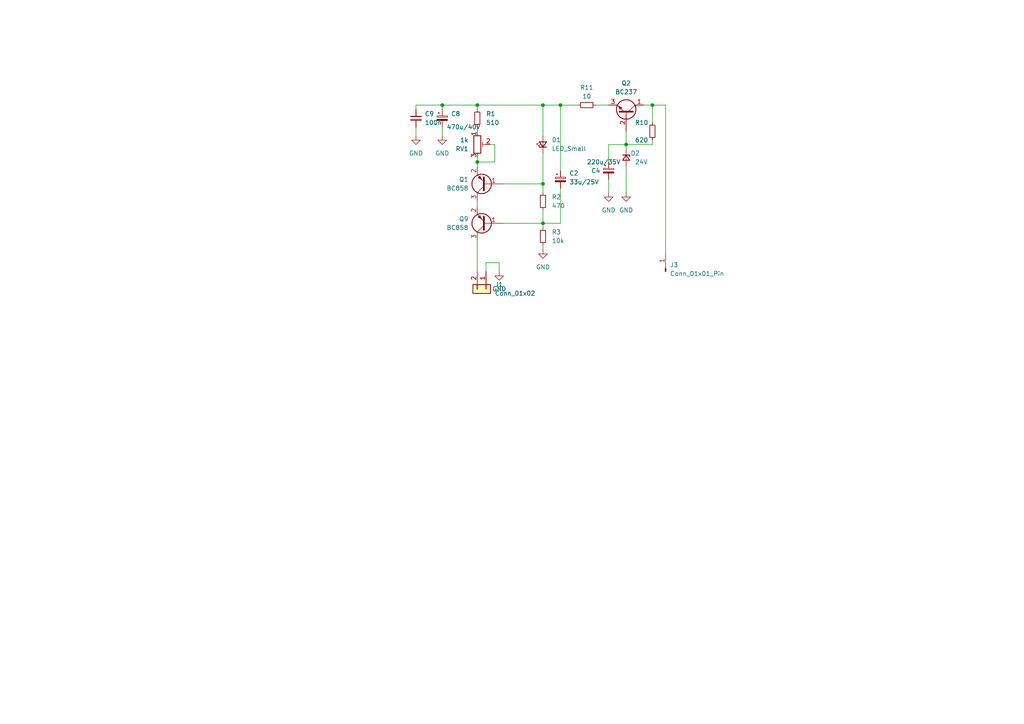
<source format=kicad_sch>
(kicad_sch (version 20230121) (generator eeschema)

  (uuid 6f31cc36-deaf-4ad7-836a-0db420f7cbcc)

  (paper "A4")

  (lib_symbols
    (symbol "Connector:Conn_01x01_Pin" (pin_names (offset 1.016) hide) (in_bom yes) (on_board yes)
      (property "Reference" "J" (at 0 2.54 0)
        (effects (font (size 1.27 1.27)))
      )
      (property "Value" "Conn_01x01_Pin" (at 0 -2.54 0)
        (effects (font (size 1.27 1.27)))
      )
      (property "Footprint" "" (at 0 0 0)
        (effects (font (size 1.27 1.27)) hide)
      )
      (property "Datasheet" "~" (at 0 0 0)
        (effects (font (size 1.27 1.27)) hide)
      )
      (property "ki_locked" "" (at 0 0 0)
        (effects (font (size 1.27 1.27)))
      )
      (property "ki_keywords" "connector" (at 0 0 0)
        (effects (font (size 1.27 1.27)) hide)
      )
      (property "ki_description" "Generic connector, single row, 01x01, script generated" (at 0 0 0)
        (effects (font (size 1.27 1.27)) hide)
      )
      (property "ki_fp_filters" "Connector*:*_1x??_*" (at 0 0 0)
        (effects (font (size 1.27 1.27)) hide)
      )
      (symbol "Conn_01x01_Pin_1_1"
        (polyline
          (pts
            (xy 1.27 0)
            (xy 0.8636 0)
          )
          (stroke (width 0.1524) (type default))
          (fill (type none))
        )
        (rectangle (start 0.8636 0.127) (end 0 -0.127)
          (stroke (width 0.1524) (type default))
          (fill (type outline))
        )
        (pin passive line (at 5.08 0 180) (length 3.81)
          (name "Pin_1" (effects (font (size 1.27 1.27))))
          (number "1" (effects (font (size 1.27 1.27))))
        )
      )
    )
    (symbol "Connector_Generic:Conn_01x02" (pin_names (offset 1.016) hide) (in_bom yes) (on_board yes)
      (property "Reference" "J" (at 0 2.54 0)
        (effects (font (size 1.27 1.27)))
      )
      (property "Value" "Conn_01x02" (at 0 -5.08 0)
        (effects (font (size 1.27 1.27)))
      )
      (property "Footprint" "" (at 0 0 0)
        (effects (font (size 1.27 1.27)) hide)
      )
      (property "Datasheet" "~" (at 0 0 0)
        (effects (font (size 1.27 1.27)) hide)
      )
      (property "ki_keywords" "connector" (at 0 0 0)
        (effects (font (size 1.27 1.27)) hide)
      )
      (property "ki_description" "Generic connector, single row, 01x02, script generated (kicad-library-utils/schlib/autogen/connector/)" (at 0 0 0)
        (effects (font (size 1.27 1.27)) hide)
      )
      (property "ki_fp_filters" "Connector*:*_1x??_*" (at 0 0 0)
        (effects (font (size 1.27 1.27)) hide)
      )
      (symbol "Conn_01x02_1_1"
        (rectangle (start -1.27 -2.413) (end 0 -2.667)
          (stroke (width 0.1524) (type default))
          (fill (type none))
        )
        (rectangle (start -1.27 0.127) (end 0 -0.127)
          (stroke (width 0.1524) (type default))
          (fill (type none))
        )
        (rectangle (start -1.27 1.27) (end 1.27 -3.81)
          (stroke (width 0.254) (type default))
          (fill (type background))
        )
        (pin passive line (at -5.08 0 0) (length 3.81)
          (name "Pin_1" (effects (font (size 1.27 1.27))))
          (number "1" (effects (font (size 1.27 1.27))))
        )
        (pin passive line (at -5.08 -2.54 0) (length 3.81)
          (name "Pin_2" (effects (font (size 1.27 1.27))))
          (number "2" (effects (font (size 1.27 1.27))))
        )
      )
    )
    (symbol "Device:C_Polarized_Small" (pin_numbers hide) (pin_names (offset 0.254) hide) (in_bom yes) (on_board yes)
      (property "Reference" "C" (at 0.254 1.778 0)
        (effects (font (size 1.27 1.27)) (justify left))
      )
      (property "Value" "C_Polarized_Small" (at 0.254 -2.032 0)
        (effects (font (size 1.27 1.27)) (justify left))
      )
      (property "Footprint" "" (at 0 0 0)
        (effects (font (size 1.27 1.27)) hide)
      )
      (property "Datasheet" "~" (at 0 0 0)
        (effects (font (size 1.27 1.27)) hide)
      )
      (property "ki_keywords" "cap capacitor" (at 0 0 0)
        (effects (font (size 1.27 1.27)) hide)
      )
      (property "ki_description" "Polarized capacitor, small symbol" (at 0 0 0)
        (effects (font (size 1.27 1.27)) hide)
      )
      (property "ki_fp_filters" "CP_*" (at 0 0 0)
        (effects (font (size 1.27 1.27)) hide)
      )
      (symbol "C_Polarized_Small_0_1"
        (rectangle (start -1.524 -0.3048) (end 1.524 -0.6858)
          (stroke (width 0) (type default))
          (fill (type outline))
        )
        (rectangle (start -1.524 0.6858) (end 1.524 0.3048)
          (stroke (width 0) (type default))
          (fill (type none))
        )
        (polyline
          (pts
            (xy -1.27 1.524)
            (xy -0.762 1.524)
          )
          (stroke (width 0) (type default))
          (fill (type none))
        )
        (polyline
          (pts
            (xy -1.016 1.27)
            (xy -1.016 1.778)
          )
          (stroke (width 0) (type default))
          (fill (type none))
        )
      )
      (symbol "C_Polarized_Small_1_1"
        (pin passive line (at 0 2.54 270) (length 1.8542)
          (name "~" (effects (font (size 1.27 1.27))))
          (number "1" (effects (font (size 1.27 1.27))))
        )
        (pin passive line (at 0 -2.54 90) (length 1.8542)
          (name "~" (effects (font (size 1.27 1.27))))
          (number "2" (effects (font (size 1.27 1.27))))
        )
      )
    )
    (symbol "Device:C_Small" (pin_numbers hide) (pin_names (offset 0.254) hide) (in_bom yes) (on_board yes)
      (property "Reference" "C" (at 0.254 1.778 0)
        (effects (font (size 1.27 1.27)) (justify left))
      )
      (property "Value" "C_Small" (at 0.254 -2.032 0)
        (effects (font (size 1.27 1.27)) (justify left))
      )
      (property "Footprint" "" (at 0 0 0)
        (effects (font (size 1.27 1.27)) hide)
      )
      (property "Datasheet" "~" (at 0 0 0)
        (effects (font (size 1.27 1.27)) hide)
      )
      (property "ki_keywords" "capacitor cap" (at 0 0 0)
        (effects (font (size 1.27 1.27)) hide)
      )
      (property "ki_description" "Unpolarized capacitor, small symbol" (at 0 0 0)
        (effects (font (size 1.27 1.27)) hide)
      )
      (property "ki_fp_filters" "C_*" (at 0 0 0)
        (effects (font (size 1.27 1.27)) hide)
      )
      (symbol "C_Small_0_1"
        (polyline
          (pts
            (xy -1.524 -0.508)
            (xy 1.524 -0.508)
          )
          (stroke (width 0.3302) (type default))
          (fill (type none))
        )
        (polyline
          (pts
            (xy -1.524 0.508)
            (xy 1.524 0.508)
          )
          (stroke (width 0.3048) (type default))
          (fill (type none))
        )
      )
      (symbol "C_Small_1_1"
        (pin passive line (at 0 2.54 270) (length 2.032)
          (name "~" (effects (font (size 1.27 1.27))))
          (number "1" (effects (font (size 1.27 1.27))))
        )
        (pin passive line (at 0 -2.54 90) (length 2.032)
          (name "~" (effects (font (size 1.27 1.27))))
          (number "2" (effects (font (size 1.27 1.27))))
        )
      )
    )
    (symbol "Device:D_Zener_Small" (pin_numbers hide) (pin_names (offset 0.254) hide) (in_bom yes) (on_board yes)
      (property "Reference" "D" (at 0 2.286 0)
        (effects (font (size 1.27 1.27)))
      )
      (property "Value" "D_Zener_Small" (at 0 -2.286 0)
        (effects (font (size 1.27 1.27)))
      )
      (property "Footprint" "" (at 0 0 90)
        (effects (font (size 1.27 1.27)) hide)
      )
      (property "Datasheet" "~" (at 0 0 90)
        (effects (font (size 1.27 1.27)) hide)
      )
      (property "ki_keywords" "diode" (at 0 0 0)
        (effects (font (size 1.27 1.27)) hide)
      )
      (property "ki_description" "Zener diode, small symbol" (at 0 0 0)
        (effects (font (size 1.27 1.27)) hide)
      )
      (property "ki_fp_filters" "TO-???* *_Diode_* *SingleDiode* D_*" (at 0 0 0)
        (effects (font (size 1.27 1.27)) hide)
      )
      (symbol "D_Zener_Small_0_1"
        (polyline
          (pts
            (xy 0.762 0)
            (xy -0.762 0)
          )
          (stroke (width 0) (type default))
          (fill (type none))
        )
        (polyline
          (pts
            (xy -0.254 1.016)
            (xy -0.762 1.016)
            (xy -0.762 -1.016)
          )
          (stroke (width 0.254) (type default))
          (fill (type none))
        )
        (polyline
          (pts
            (xy 0.762 1.016)
            (xy -0.762 0)
            (xy 0.762 -1.016)
            (xy 0.762 1.016)
          )
          (stroke (width 0.254) (type default))
          (fill (type none))
        )
      )
      (symbol "D_Zener_Small_1_1"
        (pin passive line (at -2.54 0 0) (length 1.778)
          (name "K" (effects (font (size 1.27 1.27))))
          (number "1" (effects (font (size 1.27 1.27))))
        )
        (pin passive line (at 2.54 0 180) (length 1.778)
          (name "A" (effects (font (size 1.27 1.27))))
          (number "2" (effects (font (size 1.27 1.27))))
        )
      )
    )
    (symbol "Device:LED_Small" (pin_numbers hide) (pin_names (offset 0.254) hide) (in_bom yes) (on_board yes)
      (property "Reference" "D" (at -1.27 3.175 0)
        (effects (font (size 1.27 1.27)) (justify left))
      )
      (property "Value" "LED_Small" (at -4.445 -2.54 0)
        (effects (font (size 1.27 1.27)) (justify left))
      )
      (property "Footprint" "" (at 0 0 90)
        (effects (font (size 1.27 1.27)) hide)
      )
      (property "Datasheet" "~" (at 0 0 90)
        (effects (font (size 1.27 1.27)) hide)
      )
      (property "ki_keywords" "LED diode light-emitting-diode" (at 0 0 0)
        (effects (font (size 1.27 1.27)) hide)
      )
      (property "ki_description" "Light emitting diode, small symbol" (at 0 0 0)
        (effects (font (size 1.27 1.27)) hide)
      )
      (property "ki_fp_filters" "LED* LED_SMD:* LED_THT:*" (at 0 0 0)
        (effects (font (size 1.27 1.27)) hide)
      )
      (symbol "LED_Small_0_1"
        (polyline
          (pts
            (xy -0.762 -1.016)
            (xy -0.762 1.016)
          )
          (stroke (width 0.254) (type default))
          (fill (type none))
        )
        (polyline
          (pts
            (xy 1.016 0)
            (xy -0.762 0)
          )
          (stroke (width 0) (type default))
          (fill (type none))
        )
        (polyline
          (pts
            (xy 0.762 -1.016)
            (xy -0.762 0)
            (xy 0.762 1.016)
            (xy 0.762 -1.016)
          )
          (stroke (width 0.254) (type default))
          (fill (type none))
        )
        (polyline
          (pts
            (xy 0 0.762)
            (xy -0.508 1.27)
            (xy -0.254 1.27)
            (xy -0.508 1.27)
            (xy -0.508 1.016)
          )
          (stroke (width 0) (type default))
          (fill (type none))
        )
        (polyline
          (pts
            (xy 0.508 1.27)
            (xy 0 1.778)
            (xy 0.254 1.778)
            (xy 0 1.778)
            (xy 0 1.524)
          )
          (stroke (width 0) (type default))
          (fill (type none))
        )
      )
      (symbol "LED_Small_1_1"
        (pin passive line (at -2.54 0 0) (length 1.778)
          (name "K" (effects (font (size 1.27 1.27))))
          (number "1" (effects (font (size 1.27 1.27))))
        )
        (pin passive line (at 2.54 0 180) (length 1.778)
          (name "A" (effects (font (size 1.27 1.27))))
          (number "2" (effects (font (size 1.27 1.27))))
        )
      )
    )
    (symbol "Device:R_Potentiometer_Trim" (pin_names (offset 1.016) hide) (in_bom yes) (on_board yes)
      (property "Reference" "RV" (at -4.445 0 90)
        (effects (font (size 1.27 1.27)))
      )
      (property "Value" "R_Potentiometer_Trim" (at -2.54 0 90)
        (effects (font (size 1.27 1.27)))
      )
      (property "Footprint" "" (at 0 0 0)
        (effects (font (size 1.27 1.27)) hide)
      )
      (property "Datasheet" "~" (at 0 0 0)
        (effects (font (size 1.27 1.27)) hide)
      )
      (property "ki_keywords" "resistor variable trimpot trimmer" (at 0 0 0)
        (effects (font (size 1.27 1.27)) hide)
      )
      (property "ki_description" "Trim-potentiometer" (at 0 0 0)
        (effects (font (size 1.27 1.27)) hide)
      )
      (property "ki_fp_filters" "Potentiometer*" (at 0 0 0)
        (effects (font (size 1.27 1.27)) hide)
      )
      (symbol "R_Potentiometer_Trim_0_1"
        (polyline
          (pts
            (xy 1.524 0.762)
            (xy 1.524 -0.762)
          )
          (stroke (width 0) (type default))
          (fill (type none))
        )
        (polyline
          (pts
            (xy 2.54 0)
            (xy 1.524 0)
          )
          (stroke (width 0) (type default))
          (fill (type none))
        )
        (rectangle (start 1.016 2.54) (end -1.016 -2.54)
          (stroke (width 0.254) (type default))
          (fill (type none))
        )
      )
      (symbol "R_Potentiometer_Trim_1_1"
        (pin passive line (at 0 3.81 270) (length 1.27)
          (name "1" (effects (font (size 1.27 1.27))))
          (number "1" (effects (font (size 1.27 1.27))))
        )
        (pin passive line (at 3.81 0 180) (length 1.27)
          (name "2" (effects (font (size 1.27 1.27))))
          (number "2" (effects (font (size 1.27 1.27))))
        )
        (pin passive line (at 0 -3.81 90) (length 1.27)
          (name "3" (effects (font (size 1.27 1.27))))
          (number "3" (effects (font (size 1.27 1.27))))
        )
      )
    )
    (symbol "Device:R_Small" (pin_numbers hide) (pin_names (offset 0.254) hide) (in_bom yes) (on_board yes)
      (property "Reference" "R" (at 0.762 0.508 0)
        (effects (font (size 1.27 1.27)) (justify left))
      )
      (property "Value" "R_Small" (at 0.762 -1.016 0)
        (effects (font (size 1.27 1.27)) (justify left))
      )
      (property "Footprint" "" (at 0 0 0)
        (effects (font (size 1.27 1.27)) hide)
      )
      (property "Datasheet" "~" (at 0 0 0)
        (effects (font (size 1.27 1.27)) hide)
      )
      (property "ki_keywords" "R resistor" (at 0 0 0)
        (effects (font (size 1.27 1.27)) hide)
      )
      (property "ki_description" "Resistor, small symbol" (at 0 0 0)
        (effects (font (size 1.27 1.27)) hide)
      )
      (property "ki_fp_filters" "R_*" (at 0 0 0)
        (effects (font (size 1.27 1.27)) hide)
      )
      (symbol "R_Small_0_1"
        (rectangle (start -0.762 1.778) (end 0.762 -1.778)
          (stroke (width 0.2032) (type default))
          (fill (type none))
        )
      )
      (symbol "R_Small_1_1"
        (pin passive line (at 0 2.54 270) (length 0.762)
          (name "~" (effects (font (size 1.27 1.27))))
          (number "1" (effects (font (size 1.27 1.27))))
        )
        (pin passive line (at 0 -2.54 90) (length 0.762)
          (name "~" (effects (font (size 1.27 1.27))))
          (number "2" (effects (font (size 1.27 1.27))))
        )
      )
    )
    (symbol "Transistor_BJT:BC237" (pin_names (offset 0) hide) (in_bom yes) (on_board yes)
      (property "Reference" "Q" (at 5.08 1.905 0)
        (effects (font (size 1.27 1.27)) (justify left))
      )
      (property "Value" "BC237" (at 5.08 0 0)
        (effects (font (size 1.27 1.27)) (justify left))
      )
      (property "Footprint" "Package_TO_SOT_THT:TO-92_Inline" (at 5.08 -1.905 0)
        (effects (font (size 1.27 1.27) italic) (justify left) hide)
      )
      (property "Datasheet" "http://www.onsemi.com/pub_link/Collateral/BC237-D.PDF" (at 0 0 0)
        (effects (font (size 1.27 1.27)) (justify left) hide)
      )
      (property "ki_keywords" "Epitaxial Silicon NPN Transistor" (at 0 0 0)
        (effects (font (size 1.27 1.27)) hide)
      )
      (property "ki_description" "100mA Ic, 50V Vce, Epitaxial Silicon NPN Transistor, TO-92" (at 0 0 0)
        (effects (font (size 1.27 1.27)) hide)
      )
      (property "ki_fp_filters" "TO?92*" (at 0 0 0)
        (effects (font (size 1.27 1.27)) hide)
      )
      (symbol "BC237_0_1"
        (polyline
          (pts
            (xy 0 0)
            (xy 0.635 0)
          )
          (stroke (width 0) (type default))
          (fill (type none))
        )
        (polyline
          (pts
            (xy 0.635 0.635)
            (xy 2.54 2.54)
          )
          (stroke (width 0) (type default))
          (fill (type none))
        )
        (polyline
          (pts
            (xy 0.635 -0.635)
            (xy 2.54 -2.54)
            (xy 2.54 -2.54)
          )
          (stroke (width 0) (type default))
          (fill (type none))
        )
        (polyline
          (pts
            (xy 0.635 1.905)
            (xy 0.635 -1.905)
            (xy 0.635 -1.905)
          )
          (stroke (width 0.508) (type default))
          (fill (type none))
        )
        (polyline
          (pts
            (xy 1.27 -1.778)
            (xy 1.778 -1.27)
            (xy 2.286 -2.286)
            (xy 1.27 -1.778)
            (xy 1.27 -1.778)
          )
          (stroke (width 0) (type default))
          (fill (type outline))
        )
        (circle (center 1.27 0) (radius 2.8194)
          (stroke (width 0.254) (type default))
          (fill (type none))
        )
      )
      (symbol "BC237_1_1"
        (pin passive line (at 2.54 5.08 270) (length 2.54)
          (name "C" (effects (font (size 1.27 1.27))))
          (number "1" (effects (font (size 1.27 1.27))))
        )
        (pin input line (at -5.08 0 0) (length 5.08)
          (name "B" (effects (font (size 1.27 1.27))))
          (number "2" (effects (font (size 1.27 1.27))))
        )
        (pin passive line (at 2.54 -5.08 90) (length 2.54)
          (name "E" (effects (font (size 1.27 1.27))))
          (number "3" (effects (font (size 1.27 1.27))))
        )
      )
    )
    (symbol "Transistor_BJT:BC858" (pin_names (offset 0) hide) (in_bom yes) (on_board yes)
      (property "Reference" "Q" (at 5.08 1.905 0)
        (effects (font (size 1.27 1.27)) (justify left))
      )
      (property "Value" "BC858" (at 5.08 0 0)
        (effects (font (size 1.27 1.27)) (justify left))
      )
      (property "Footprint" "Package_TO_SOT_SMD:SOT-23" (at 5.08 -1.905 0)
        (effects (font (size 1.27 1.27) italic) (justify left) hide)
      )
      (property "Datasheet" "https://www.onsemi.com/pub/Collateral/BC860-D.pdf" (at 0 0 0)
        (effects (font (size 1.27 1.27)) (justify left) hide)
      )
      (property "ki_keywords" "PNP transistor" (at 0 0 0)
        (effects (font (size 1.27 1.27)) hide)
      )
      (property "ki_description" "0.1A Ic, 30V Vce, PNP Transistor, SOT-23" (at 0 0 0)
        (effects (font (size 1.27 1.27)) hide)
      )
      (property "ki_fp_filters" "SOT?23*" (at 0 0 0)
        (effects (font (size 1.27 1.27)) hide)
      )
      (symbol "BC858_0_1"
        (polyline
          (pts
            (xy 0.635 0.635)
            (xy 2.54 2.54)
          )
          (stroke (width 0) (type default))
          (fill (type none))
        )
        (polyline
          (pts
            (xy 0.635 -0.635)
            (xy 2.54 -2.54)
            (xy 2.54 -2.54)
          )
          (stroke (width 0) (type default))
          (fill (type none))
        )
        (polyline
          (pts
            (xy 0.635 1.905)
            (xy 0.635 -1.905)
            (xy 0.635 -1.905)
          )
          (stroke (width 0.508) (type default))
          (fill (type none))
        )
        (polyline
          (pts
            (xy 2.286 -1.778)
            (xy 1.778 -2.286)
            (xy 1.27 -1.27)
            (xy 2.286 -1.778)
            (xy 2.286 -1.778)
          )
          (stroke (width 0) (type default))
          (fill (type outline))
        )
        (circle (center 1.27 0) (radius 2.8194)
          (stroke (width 0.254) (type default))
          (fill (type none))
        )
      )
      (symbol "BC858_1_1"
        (pin input line (at -5.08 0 0) (length 5.715)
          (name "B" (effects (font (size 1.27 1.27))))
          (number "1" (effects (font (size 1.27 1.27))))
        )
        (pin passive line (at 2.54 -5.08 90) (length 2.54)
          (name "E" (effects (font (size 1.27 1.27))))
          (number "2" (effects (font (size 1.27 1.27))))
        )
        (pin passive line (at 2.54 5.08 270) (length 2.54)
          (name "C" (effects (font (size 1.27 1.27))))
          (number "3" (effects (font (size 1.27 1.27))))
        )
      )
    )
    (symbol "power:GND" (power) (pin_names (offset 0)) (in_bom yes) (on_board yes)
      (property "Reference" "#PWR" (at 0 -6.35 0)
        (effects (font (size 1.27 1.27)) hide)
      )
      (property "Value" "GND" (at 0 -3.81 0)
        (effects (font (size 1.27 1.27)))
      )
      (property "Footprint" "" (at 0 0 0)
        (effects (font (size 1.27 1.27)) hide)
      )
      (property "Datasheet" "" (at 0 0 0)
        (effects (font (size 1.27 1.27)) hide)
      )
      (property "ki_keywords" "global power" (at 0 0 0)
        (effects (font (size 1.27 1.27)) hide)
      )
      (property "ki_description" "Power symbol creates a global label with name \"GND\" , ground" (at 0 0 0)
        (effects (font (size 1.27 1.27)) hide)
      )
      (symbol "GND_0_1"
        (polyline
          (pts
            (xy 0 0)
            (xy 0 -1.27)
            (xy 1.27 -1.27)
            (xy 0 -2.54)
            (xy -1.27 -1.27)
            (xy 0 -1.27)
          )
          (stroke (width 0) (type default))
          (fill (type none))
        )
      )
      (symbol "GND_1_1"
        (pin power_in line (at 0 0 270) (length 0) hide
          (name "GND" (effects (font (size 1.27 1.27))))
          (number "1" (effects (font (size 1.27 1.27))))
        )
      )
    )
  )

  (junction (at 157.48 30.48) (diameter 0) (color 0 0 0 0)
    (uuid 035e0583-8d49-463c-8906-cf7542a91e03)
  )
  (junction (at 157.48 53.34) (diameter 0) (color 0 0 0 0)
    (uuid 201fd4d1-152e-4e4b-a6bd-7c1b8805a4f6)
  )
  (junction (at 138.43 46.99) (diameter 0) (color 0 0 0 0)
    (uuid 2ee75b19-938e-46d6-9cb0-4eaa45970703)
  )
  (junction (at 157.48 64.77) (diameter 0) (color 0 0 0 0)
    (uuid 4d4f5cd1-4e4a-4558-b81e-d889df738ee8)
  )
  (junction (at 128.27 30.48) (diameter 0) (color 0 0 0 0)
    (uuid 830d9109-6490-4651-9f8e-ade372cdaca2)
  )
  (junction (at 181.61 41.91) (diameter 0) (color 0 0 0 0)
    (uuid 97a819fe-55a6-4970-9a61-dfe323060fe2)
  )
  (junction (at 189.23 30.48) (diameter 0) (color 0 0 0 0)
    (uuid c3aa6881-a46e-45dd-b3a5-44b159e39414)
  )
  (junction (at 138.43 30.48) (diameter 0) (color 0 0 0 0)
    (uuid cf16daed-5bf2-497d-bb38-5f88b5c79f70)
  )
  (junction (at 162.56 30.48) (diameter 0) (color 0 0 0 0)
    (uuid dffe7864-bd7d-4b7f-9bcd-ab2f3ac0df62)
  )

  (wire (pts (xy 120.65 30.48) (xy 120.65 31.75))
    (stroke (width 0) (type default))
    (uuid 019f3f08-8dd7-4629-9718-a20216be57ca)
  )
  (wire (pts (xy 138.43 58.42) (xy 138.43 59.69))
    (stroke (width 0) (type default))
    (uuid 055c60d1-1942-4e4e-b622-f2c8e159af4b)
  )
  (wire (pts (xy 140.97 78.74) (xy 140.97 76.2))
    (stroke (width 0) (type default))
    (uuid 064f4bba-ba99-4e29-a228-c4720c401a36)
  )
  (wire (pts (xy 157.48 53.34) (xy 157.48 55.88))
    (stroke (width 0) (type default))
    (uuid 09393eaf-e799-433b-a346-758168a4fce6)
  )
  (wire (pts (xy 128.27 31.75) (xy 128.27 30.48))
    (stroke (width 0) (type default))
    (uuid 0eb7b2c7-cbdb-4b1f-a6e2-be7546062b06)
  )
  (wire (pts (xy 157.48 60.96) (xy 157.48 64.77))
    (stroke (width 0) (type default))
    (uuid 24c4a3fb-0906-4970-80c6-8c98be5c1783)
  )
  (wire (pts (xy 176.53 52.07) (xy 176.53 55.88))
    (stroke (width 0) (type default))
    (uuid 27b7e29e-f93d-4ef1-8ab7-f1f8a2ee8eb0)
  )
  (wire (pts (xy 142.24 41.91) (xy 143.51 41.91))
    (stroke (width 0) (type default))
    (uuid 2c27819f-11a3-4038-ac3c-ab01a0815299)
  )
  (wire (pts (xy 138.43 30.48) (xy 157.48 30.48))
    (stroke (width 0) (type default))
    (uuid 35d0b748-5153-49af-bfdb-f51ad7229613)
  )
  (wire (pts (xy 138.43 69.85) (xy 138.43 78.74))
    (stroke (width 0) (type default))
    (uuid 3ac6a86c-929c-4c08-accb-f03d867cf713)
  )
  (wire (pts (xy 157.48 71.12) (xy 157.48 72.39))
    (stroke (width 0) (type default))
    (uuid 3adfe751-07c8-4276-90dc-01871a7b7e9d)
  )
  (wire (pts (xy 172.72 30.48) (xy 176.53 30.48))
    (stroke (width 0) (type default))
    (uuid 3c90d084-eb2c-43b3-bbca-edc5e69e3658)
  )
  (wire (pts (xy 186.69 30.48) (xy 189.23 30.48))
    (stroke (width 0) (type default))
    (uuid 442d6cd8-2c4b-41e2-a0b4-f6cd3d715c8b)
  )
  (wire (pts (xy 138.43 36.83) (xy 138.43 38.1))
    (stroke (width 0) (type default))
    (uuid 4ae8f094-3a56-42af-9c44-c97631eb4b02)
  )
  (wire (pts (xy 181.61 41.91) (xy 181.61 43.18))
    (stroke (width 0) (type default))
    (uuid 4b02f839-aceb-485d-8fdf-9be260ad36f8)
  )
  (wire (pts (xy 162.56 49.53) (xy 162.56 30.48))
    (stroke (width 0) (type default))
    (uuid 4c3801df-60da-42cd-b3b7-ce65a12b6fff)
  )
  (wire (pts (xy 146.05 53.34) (xy 157.48 53.34))
    (stroke (width 0) (type default))
    (uuid 4f7e29be-40c4-46a0-9626-90a394667acb)
  )
  (wire (pts (xy 181.61 48.26) (xy 181.61 55.88))
    (stroke (width 0) (type default))
    (uuid 52c63b3f-a709-497a-b965-f719020c9e78)
  )
  (wire (pts (xy 189.23 30.48) (xy 189.23 35.56))
    (stroke (width 0) (type default))
    (uuid 5d1b4540-88f9-4d78-9ead-54dee7902a37)
  )
  (wire (pts (xy 138.43 46.99) (xy 143.51 46.99))
    (stroke (width 0) (type default))
    (uuid 638c1df4-0bae-473a-8634-b450705e8fa5)
  )
  (wire (pts (xy 176.53 41.91) (xy 176.53 46.99))
    (stroke (width 0) (type default))
    (uuid 6d7d62ad-33ca-4d19-9039-78c1bc985e55)
  )
  (wire (pts (xy 181.61 38.1) (xy 181.61 41.91))
    (stroke (width 0) (type default))
    (uuid 72d2c9d6-9dc4-4c1b-9d8e-4225c0269d22)
  )
  (wire (pts (xy 140.97 76.2) (xy 144.78 76.2))
    (stroke (width 0) (type default))
    (uuid 79c4a345-a569-4cc6-9a96-c0ab59c66cc1)
  )
  (wire (pts (xy 146.05 64.77) (xy 157.48 64.77))
    (stroke (width 0) (type default))
    (uuid 7fb7b6f1-d3d9-4b46-b308-f0634cf06f45)
  )
  (wire (pts (xy 138.43 45.72) (xy 138.43 46.99))
    (stroke (width 0) (type default))
    (uuid 858b6c57-fb3b-457d-832c-62d18a8d4735)
  )
  (wire (pts (xy 176.53 41.91) (xy 181.61 41.91))
    (stroke (width 0) (type default))
    (uuid 8b050591-3377-46d7-ab2d-53ccca4b3043)
  )
  (wire (pts (xy 157.48 44.45) (xy 157.48 53.34))
    (stroke (width 0) (type default))
    (uuid 9f20bdb9-4952-4300-9171-cb770511d77f)
  )
  (wire (pts (xy 157.48 30.48) (xy 162.56 30.48))
    (stroke (width 0) (type default))
    (uuid a2ba1737-0add-4348-bfca-89f642ae5476)
  )
  (wire (pts (xy 157.48 30.48) (xy 157.48 39.37))
    (stroke (width 0) (type default))
    (uuid a594b6a4-4dec-4585-b28e-b1ab297c79ea)
  )
  (wire (pts (xy 189.23 40.64) (xy 189.23 41.91))
    (stroke (width 0) (type default))
    (uuid b1b0d3b2-1178-4d54-aa0f-64f39ceb0e3e)
  )
  (wire (pts (xy 128.27 30.48) (xy 138.43 30.48))
    (stroke (width 0) (type default))
    (uuid b36f2111-6169-44f9-a182-4701f51d3b74)
  )
  (wire (pts (xy 144.78 76.2) (xy 144.78 78.74))
    (stroke (width 0) (type default))
    (uuid b9b32ff7-4b71-47c0-8dab-f5d91b2525d3)
  )
  (wire (pts (xy 128.27 36.83) (xy 128.27 39.37))
    (stroke (width 0) (type default))
    (uuid c06a1984-086e-4072-9e9b-4cb93c16600a)
  )
  (wire (pts (xy 189.23 30.48) (xy 193.04 30.48))
    (stroke (width 0) (type default))
    (uuid c3da451b-e9e1-4685-a231-3c2c450e9ead)
  )
  (wire (pts (xy 157.48 64.77) (xy 162.56 64.77))
    (stroke (width 0) (type default))
    (uuid cbc3f4fa-1d62-4863-a71e-209c653d7dc8)
  )
  (wire (pts (xy 143.51 41.91) (xy 143.51 46.99))
    (stroke (width 0) (type default))
    (uuid cc3bb5b2-d52f-4ad5-a3b9-1fd86e42beb3)
  )
  (wire (pts (xy 120.65 30.48) (xy 128.27 30.48))
    (stroke (width 0) (type default))
    (uuid d4df8ada-b766-4496-86dc-0fc5945534b6)
  )
  (wire (pts (xy 138.43 46.99) (xy 138.43 48.26))
    (stroke (width 0) (type default))
    (uuid e4b40b43-af57-4623-8c3f-adce9660a7ff)
  )
  (wire (pts (xy 193.04 73.66) (xy 193.04 30.48))
    (stroke (width 0) (type default))
    (uuid e5a1f5ef-41b5-4554-9890-b6d3cd4c94e0)
  )
  (wire (pts (xy 181.61 41.91) (xy 189.23 41.91))
    (stroke (width 0) (type default))
    (uuid e7d0e85e-d89e-48c7-8995-ddfa27fc4459)
  )
  (wire (pts (xy 138.43 31.75) (xy 138.43 30.48))
    (stroke (width 0) (type default))
    (uuid eb31a734-0d10-482a-8a06-f6d509560b12)
  )
  (wire (pts (xy 120.65 36.83) (xy 120.65 39.37))
    (stroke (width 0) (type default))
    (uuid f12f53c7-7b29-4151-a0e8-20623ae33120)
  )
  (wire (pts (xy 162.56 30.48) (xy 167.64 30.48))
    (stroke (width 0) (type default))
    (uuid f7807169-2dfc-4a9b-8715-fff6dc14b062)
  )
  (wire (pts (xy 162.56 54.61) (xy 162.56 64.77))
    (stroke (width 0) (type default))
    (uuid fa112acc-e726-4974-988f-145854113a03)
  )
  (wire (pts (xy 157.48 64.77) (xy 157.48 66.04))
    (stroke (width 0) (type default))
    (uuid fa70ab47-1401-4459-93b4-54a5e595444f)
  )

  (symbol (lib_id "Device:C_Small") (at 120.65 34.29 0) (unit 1)
    (in_bom yes) (on_board yes) (dnp no) (fields_autoplaced)
    (uuid 03f126a8-237d-445f-a285-df92f58e264d)
    (property "Reference" "C9" (at 123.19 33.0263 0)
      (effects (font (size 1.27 1.27)) (justify left))
    )
    (property "Value" "100n" (at 123.19 35.5663 0)
      (effects (font (size 1.27 1.27)) (justify left))
    )
    (property "Footprint" "Capacitor_SMD:C_0805_2012Metric_Pad1.18x1.45mm_HandSolder" (at 120.65 34.29 0)
      (effects (font (size 1.27 1.27)) hide)
    )
    (property "Datasheet" "~" (at 120.65 34.29 0)
      (effects (font (size 1.27 1.27)) hide)
    )
    (pin "1" (uuid 0b14ed9b-10d4-4566-8bdf-258106618f25))
    (pin "2" (uuid 08f1159e-2b39-4ae2-b390-37649afcb0ac))
    (instances
      (project "Wzmacniacz różnicowy do PW3015 ver.2"
        (path "/6f31cc36-deaf-4ad7-836a-0db420f7cbcc"
          (reference "C9") (unit 1)
        )
      )
    )
  )

  (symbol (lib_id "power:GND") (at 120.65 39.37 0) (unit 1)
    (in_bom yes) (on_board yes) (dnp no) (fields_autoplaced)
    (uuid 10352871-be4f-46e8-b8c7-c4024238df34)
    (property "Reference" "#PWR02" (at 120.65 45.72 0)
      (effects (font (size 1.27 1.27)) hide)
    )
    (property "Value" "GND" (at 120.65 44.45 0)
      (effects (font (size 1.27 1.27)))
    )
    (property "Footprint" "" (at 120.65 39.37 0)
      (effects (font (size 1.27 1.27)) hide)
    )
    (property "Datasheet" "" (at 120.65 39.37 0)
      (effects (font (size 1.27 1.27)) hide)
    )
    (pin "1" (uuid b2fc8f01-fd14-4523-897f-cf50dbeb6bde))
    (instances
      (project "Wzmacniacz różnicowy do PW3015 ver.2"
        (path "/6f31cc36-deaf-4ad7-836a-0db420f7cbcc"
          (reference "#PWR02") (unit 1)
        )
      )
    )
  )

  (symbol (lib_id "Device:C_Polarized_Small") (at 162.56 52.07 0) (unit 1)
    (in_bom yes) (on_board yes) (dnp no) (fields_autoplaced)
    (uuid 12b0130f-62ea-478b-be8c-07319a16b671)
    (property "Reference" "C2" (at 165.1 50.2539 0)
      (effects (font (size 1.27 1.27)) (justify left))
    )
    (property "Value" "33u/25V" (at 165.1 52.7939 0)
      (effects (font (size 1.27 1.27)) (justify left))
    )
    (property "Footprint" "Capacitor_THT:CP_Radial_Tantal_D5.5mm_P5.00mm" (at 162.56 52.07 0)
      (effects (font (size 1.27 1.27)) hide)
    )
    (property "Datasheet" "~" (at 162.56 52.07 0)
      (effects (font (size 1.27 1.27)) hide)
    )
    (pin "1" (uuid ec636e35-835b-42d5-8a8b-147d1069f8c4))
    (pin "2" (uuid 3536a36e-aaeb-441a-b6d7-e4927a1ca763))
    (instances
      (project "Wzmacniacz różnicowy do PW3015 ver.2"
        (path "/6f31cc36-deaf-4ad7-836a-0db420f7cbcc"
          (reference "C2") (unit 1)
        )
      )
    )
  )

  (symbol (lib_id "Device:R_Small") (at 157.48 68.58 0) (unit 1)
    (in_bom yes) (on_board yes) (dnp no) (fields_autoplaced)
    (uuid 171def0e-1e24-463f-bf8b-d6148a24e27e)
    (property "Reference" "R3" (at 160.02 67.31 0)
      (effects (font (size 1.27 1.27)) (justify left))
    )
    (property "Value" "10k" (at 160.02 69.85 0)
      (effects (font (size 1.27 1.27)) (justify left))
    )
    (property "Footprint" "Resistor_SMD:R_1206_3216Metric_Pad1.30x1.75mm_HandSolder" (at 157.48 68.58 0)
      (effects (font (size 1.27 1.27)) hide)
    )
    (property "Datasheet" "~" (at 157.48 68.58 0)
      (effects (font (size 1.27 1.27)) hide)
    )
    (pin "1" (uuid 86d938a4-c62b-4d7c-afb0-e2635e8bd630))
    (pin "2" (uuid 27c7f5d1-e0b9-422d-a006-0e78e46327d4))
    (instances
      (project "Wzmacniacz różnicowy do PW3015 ver.2"
        (path "/6f31cc36-deaf-4ad7-836a-0db420f7cbcc"
          (reference "R3") (unit 1)
        )
      )
    )
  )

  (symbol (lib_id "power:GND") (at 157.48 72.39 0) (unit 1)
    (in_bom yes) (on_board yes) (dnp no) (fields_autoplaced)
    (uuid 1db018b1-ab0d-4962-ad15-459c90a35850)
    (property "Reference" "#PWR01" (at 157.48 78.74 0)
      (effects (font (size 1.27 1.27)) hide)
    )
    (property "Value" "GND" (at 157.48 77.47 0)
      (effects (font (size 1.27 1.27)))
    )
    (property "Footprint" "" (at 157.48 72.39 0)
      (effects (font (size 1.27 1.27)) hide)
    )
    (property "Datasheet" "" (at 157.48 72.39 0)
      (effects (font (size 1.27 1.27)) hide)
    )
    (pin "1" (uuid ee02ec63-24e5-4408-be7e-37c5244801cf))
    (instances
      (project "Wzmacniacz różnicowy do PW3015 ver.2"
        (path "/6f31cc36-deaf-4ad7-836a-0db420f7cbcc"
          (reference "#PWR01") (unit 1)
        )
      )
    )
  )

  (symbol (lib_id "Transistor_BJT:BC858") (at 140.97 53.34 180) (unit 1)
    (in_bom yes) (on_board yes) (dnp no) (fields_autoplaced)
    (uuid 1dccff56-c64e-45cc-8d09-1415a1a57aba)
    (property "Reference" "Q1" (at 135.89 52.07 0)
      (effects (font (size 1.27 1.27)) (justify left))
    )
    (property "Value" "BC858" (at 135.89 54.61 0)
      (effects (font (size 1.27 1.27)) (justify left))
    )
    (property "Footprint" "Package_TO_SOT_SMD:SOT-23" (at 135.89 51.435 0)
      (effects (font (size 1.27 1.27) italic) (justify left) hide)
    )
    (property "Datasheet" "https://www.onsemi.com/pub/Collateral/BC860-D.pdf" (at 140.97 53.34 0)
      (effects (font (size 1.27 1.27)) (justify left) hide)
    )
    (pin "1" (uuid f045ba64-d155-484d-accc-5e6522745a53))
    (pin "2" (uuid 81fddac1-57b6-455d-adeb-ee195988f720))
    (pin "3" (uuid db638b51-ca62-4855-b9d3-5c90296ca73d))
    (instances
      (project "Wzmacniacz różnicowy do PW3015 ver.2"
        (path "/6f31cc36-deaf-4ad7-836a-0db420f7cbcc"
          (reference "Q1") (unit 1)
        )
      )
    )
  )

  (symbol (lib_id "power:GND") (at 181.61 55.88 0) (unit 1)
    (in_bom yes) (on_board yes) (dnp no) (fields_autoplaced)
    (uuid 270d65e7-5895-48a0-a716-294972a0d47a)
    (property "Reference" "#PWR012" (at 181.61 62.23 0)
      (effects (font (size 1.27 1.27)) hide)
    )
    (property "Value" "GND" (at 181.61 60.96 0)
      (effects (font (size 1.27 1.27)))
    )
    (property "Footprint" "" (at 181.61 55.88 0)
      (effects (font (size 1.27 1.27)) hide)
    )
    (property "Datasheet" "" (at 181.61 55.88 0)
      (effects (font (size 1.27 1.27)) hide)
    )
    (pin "1" (uuid 51c1ec98-008d-4ee1-b3f6-bf62b999006c))
    (instances
      (project "Wzmacniacz różnicowy do PW3015 ver.2"
        (path "/6f31cc36-deaf-4ad7-836a-0db420f7cbcc"
          (reference "#PWR012") (unit 1)
        )
      )
    )
  )

  (symbol (lib_id "Transistor_BJT:BC858") (at 140.97 64.77 180) (unit 1)
    (in_bom yes) (on_board yes) (dnp no) (fields_autoplaced)
    (uuid 3159b934-1475-407e-aa7d-8b746f803e3b)
    (property "Reference" "Q9" (at 135.89 63.5 0)
      (effects (font (size 1.27 1.27)) (justify left))
    )
    (property "Value" "BC858" (at 135.89 66.04 0)
      (effects (font (size 1.27 1.27)) (justify left))
    )
    (property "Footprint" "Package_TO_SOT_SMD:SOT-23" (at 135.89 62.865 0)
      (effects (font (size 1.27 1.27) italic) (justify left) hide)
    )
    (property "Datasheet" "https://www.onsemi.com/pub/Collateral/BC860-D.pdf" (at 140.97 64.77 0)
      (effects (font (size 1.27 1.27)) (justify left) hide)
    )
    (pin "1" (uuid fd7911a0-caec-420a-b442-deae0af700c7))
    (pin "2" (uuid 84d6a5b2-e657-41b6-8472-a7c7c29c0e86))
    (pin "3" (uuid c84379e6-016e-4528-a180-a113e55816b9))
    (instances
      (project "Wzmacniacz różnicowy do PW3015 ver.2"
        (path "/6f31cc36-deaf-4ad7-836a-0db420f7cbcc"
          (reference "Q9") (unit 1)
        )
      )
    )
  )

  (symbol (lib_id "Device:R_Potentiometer_Trim") (at 138.43 41.91 0) (unit 1)
    (in_bom yes) (on_board yes) (dnp no)
    (uuid 36133c4e-30d8-41aa-be24-cf595bc67d1a)
    (property "Reference" "RV1" (at 135.89 43.18 0)
      (effects (font (size 1.27 1.27)) (justify right))
    )
    (property "Value" "1k" (at 135.89 40.64 0)
      (effects (font (size 1.27 1.27)) (justify right))
    )
    (property "Footprint" "Potentiometer_THT:Potentiometer_Bourns_3296X_Horizontal" (at 138.43 41.91 0)
      (effects (font (size 1.27 1.27)) hide)
    )
    (property "Datasheet" "~" (at 138.43 41.91 0)
      (effects (font (size 1.27 1.27)) hide)
    )
    (pin "1" (uuid d4b4281e-e590-4a6c-90af-ac5135079fbc))
    (pin "2" (uuid fb8a13fd-d6f1-49b9-a0e7-3fa9ef0513e3))
    (pin "3" (uuid 8caf1ae0-5c31-4756-aff9-ed69f327f636))
    (instances
      (project "Wzmacniacz różnicowy do PW3015 ver.2"
        (path "/6f31cc36-deaf-4ad7-836a-0db420f7cbcc"
          (reference "RV1") (unit 1)
        )
      )
    )
  )

  (symbol (lib_id "Device:D_Zener_Small") (at 181.61 45.72 270) (unit 1)
    (in_bom yes) (on_board yes) (dnp no)
    (uuid 3e395820-1ff7-4994-8769-2944f3dfae5d)
    (property "Reference" "D2" (at 182.88 44.45 90)
      (effects (font (size 1.27 1.27)) (justify left))
    )
    (property "Value" "24V" (at 184.15 46.99 90)
      (effects (font (size 1.27 1.27)) (justify left))
    )
    (property "Footprint" "Diode_THT:D_DO-34_SOD68_P7.62mm_Horizontal" (at 181.61 45.72 90)
      (effects (font (size 1.27 1.27)) hide)
    )
    (property "Datasheet" "~" (at 181.61 45.72 90)
      (effects (font (size 1.27 1.27)) hide)
    )
    (pin "1" (uuid 8954aa3c-5b8c-4473-8e9c-642c3f63112e))
    (pin "2" (uuid 9d4b09b4-8eb9-4a67-b862-b97a80925782))
    (instances
      (project "Wzmacniacz różnicowy do PW3015 ver.2"
        (path "/6f31cc36-deaf-4ad7-836a-0db420f7cbcc"
          (reference "D2") (unit 1)
        )
      )
    )
  )

  (symbol (lib_id "Device:LED_Small") (at 157.48 41.91 90) (unit 1)
    (in_bom yes) (on_board yes) (dnp no) (fields_autoplaced)
    (uuid 4485d9ef-d167-477b-b34d-e15d9e87174e)
    (property "Reference" "D1" (at 160.02 40.5765 90)
      (effects (font (size 1.27 1.27)) (justify right))
    )
    (property "Value" "LED_Small" (at 160.02 43.1165 90)
      (effects (font (size 1.27 1.27)) (justify right))
    )
    (property "Footprint" "LED_THT:LED_D5.0mm" (at 157.48 41.91 90)
      (effects (font (size 1.27 1.27)) hide)
    )
    (property "Datasheet" "~" (at 157.48 41.91 90)
      (effects (font (size 1.27 1.27)) hide)
    )
    (pin "1" (uuid 230ed3a4-4030-4a68-b118-e5cda14c66ed))
    (pin "2" (uuid 16125058-dbcb-4fba-9615-e39aabecf741))
    (instances
      (project "Wzmacniacz różnicowy do PW3015 ver.2"
        (path "/6f31cc36-deaf-4ad7-836a-0db420f7cbcc"
          (reference "D1") (unit 1)
        )
      )
    )
  )

  (symbol (lib_id "power:GND") (at 144.78 78.74 0) (unit 1)
    (in_bom yes) (on_board yes) (dnp no) (fields_autoplaced)
    (uuid 5545903f-dff1-489b-b49e-c7721dffb259)
    (property "Reference" "#PWR04" (at 144.78 85.09 0)
      (effects (font (size 1.27 1.27)) hide)
    )
    (property "Value" "GND" (at 144.78 83.82 0)
      (effects (font (size 1.27 1.27)))
    )
    (property "Footprint" "" (at 144.78 78.74 0)
      (effects (font (size 1.27 1.27)) hide)
    )
    (property "Datasheet" "" (at 144.78 78.74 0)
      (effects (font (size 1.27 1.27)) hide)
    )
    (pin "1" (uuid 6830eb2a-1c3d-4035-98a9-ff0be52b85c9))
    (instances
      (project "Wzmacniacz różnicowy do PW3015 ver.2"
        (path "/6f31cc36-deaf-4ad7-836a-0db420f7cbcc"
          (reference "#PWR04") (unit 1)
        )
      )
    )
  )

  (symbol (lib_id "Device:R_Small") (at 170.18 30.48 90) (unit 1)
    (in_bom yes) (on_board yes) (dnp no) (fields_autoplaced)
    (uuid 563dea00-90f3-45a6-86eb-3218b857990a)
    (property "Reference" "R11" (at 170.18 25.4 90)
      (effects (font (size 1.27 1.27)))
    )
    (property "Value" "10" (at 170.18 27.94 90)
      (effects (font (size 1.27 1.27)))
    )
    (property "Footprint" "Resistor_SMD:R_1206_3216Metric_Pad1.30x1.75mm_HandSolder" (at 170.18 30.48 0)
      (effects (font (size 1.27 1.27)) hide)
    )
    (property "Datasheet" "~" (at 170.18 30.48 0)
      (effects (font (size 1.27 1.27)) hide)
    )
    (pin "1" (uuid 62410b16-c246-46ae-a5d2-ebdb05da4e6f))
    (pin "2" (uuid 4bc8ad00-b954-4d79-a257-bd7636d421a5))
    (instances
      (project "Wzmacniacz różnicowy do PW3015 ver.2"
        (path "/6f31cc36-deaf-4ad7-836a-0db420f7cbcc"
          (reference "R11") (unit 1)
        )
      )
    )
  )

  (symbol (lib_id "Device:R_Small") (at 138.43 34.29 0) (unit 1)
    (in_bom yes) (on_board yes) (dnp no) (fields_autoplaced)
    (uuid 6413ff7e-41e0-44fd-8f1b-d98d359d1fcc)
    (property "Reference" "R1" (at 140.97 33.02 0)
      (effects (font (size 1.27 1.27)) (justify left))
    )
    (property "Value" "510" (at 140.97 35.56 0)
      (effects (font (size 1.27 1.27)) (justify left))
    )
    (property "Footprint" "Resistor_SMD:R_1206_3216Metric_Pad1.30x1.75mm_HandSolder" (at 138.43 34.29 0)
      (effects (font (size 1.27 1.27)) hide)
    )
    (property "Datasheet" "~" (at 138.43 34.29 0)
      (effects (font (size 1.27 1.27)) hide)
    )
    (pin "1" (uuid a3ba0a0b-1374-46fb-bb9c-ec4a03bf6828))
    (pin "2" (uuid d8587a6a-6f0e-4a32-93e1-4d428d276923))
    (instances
      (project "Wzmacniacz różnicowy do PW3015 ver.2"
        (path "/6f31cc36-deaf-4ad7-836a-0db420f7cbcc"
          (reference "R1") (unit 1)
        )
      )
    )
  )

  (symbol (lib_id "Device:R_Small") (at 189.23 38.1 0) (unit 1)
    (in_bom yes) (on_board yes) (dnp no)
    (uuid 7e7c4830-05c9-471b-8087-6f69ffa00504)
    (property "Reference" "R10" (at 184.15 35.56 0)
      (effects (font (size 1.27 1.27)) (justify left))
    )
    (property "Value" "620" (at 184.15 40.64 0)
      (effects (font (size 1.27 1.27)) (justify left))
    )
    (property "Footprint" "Resistor_SMD:R_1206_3216Metric_Pad1.30x1.75mm_HandSolder" (at 189.23 38.1 0)
      (effects (font (size 1.27 1.27)) hide)
    )
    (property "Datasheet" "~" (at 189.23 38.1 0)
      (effects (font (size 1.27 1.27)) hide)
    )
    (pin "1" (uuid 041a652f-8241-4a3f-9b72-7881bd759919))
    (pin "2" (uuid b47b93f0-cc4b-45c0-acee-6c0673bf27f8))
    (instances
      (project "Wzmacniacz różnicowy do PW3015 ver.2"
        (path "/6f31cc36-deaf-4ad7-836a-0db420f7cbcc"
          (reference "R10") (unit 1)
        )
      )
    )
  )

  (symbol (lib_id "Device:C_Polarized_Small") (at 176.53 49.53 0) (unit 1)
    (in_bom yes) (on_board yes) (dnp no)
    (uuid 8b9ec994-885b-480b-ae63-809c877268b0)
    (property "Reference" "C4" (at 171.45 49.53 0)
      (effects (font (size 1.27 1.27)) (justify left))
    )
    (property "Value" "220u/35V" (at 170.18 46.99 0)
      (effects (font (size 1.27 1.27)) (justify left))
    )
    (property "Footprint" "Capacitor_THT:CP_Radial_D10.0mm_P5.00mm" (at 176.53 49.53 0)
      (effects (font (size 1.27 1.27)) hide)
    )
    (property "Datasheet" "~" (at 176.53 49.53 0)
      (effects (font (size 1.27 1.27)) hide)
    )
    (pin "1" (uuid dd46299b-9554-489c-8001-c75e8ab63083))
    (pin "2" (uuid 4c50755b-8322-4338-8432-5f3461f79fa9))
    (instances
      (project "Wzmacniacz różnicowy do PW3015 ver.2"
        (path "/6f31cc36-deaf-4ad7-836a-0db420f7cbcc"
          (reference "C4") (unit 1)
        )
      )
    )
  )

  (symbol (lib_id "Connector_Generic:Conn_01x02") (at 140.97 83.82 270) (unit 1)
    (in_bom yes) (on_board yes) (dnp no) (fields_autoplaced)
    (uuid 96dc04ff-34d4-42c8-a75c-2479798f53b0)
    (property "Reference" "J1" (at 143.51 82.55 90)
      (effects (font (size 1.27 1.27)) (justify left))
    )
    (property "Value" "Conn_01x02" (at 143.51 85.09 90)
      (effects (font (size 1.27 1.27)) (justify left))
    )
    (property "Footprint" "Connector_PinHeader_2.54mm:PinHeader_1x02_P2.54mm_Horizontal" (at 140.97 83.82 0)
      (effects (font (size 1.27 1.27)) hide)
    )
    (property "Datasheet" "~" (at 140.97 83.82 0)
      (effects (font (size 1.27 1.27)) hide)
    )
    (pin "1" (uuid fd6ac13b-5fab-4c10-b99b-d0de5a8a2208))
    (pin "2" (uuid 6c809bba-fc2d-4f1b-a6f6-d3b21ce39a8d))
    (instances
      (project "Wzmacniacz różnicowy do PW3015 ver.2"
        (path "/6f31cc36-deaf-4ad7-836a-0db420f7cbcc"
          (reference "J1") (unit 1)
        )
      )
    )
  )

  (symbol (lib_id "Device:R_Small") (at 157.48 58.42 0) (unit 1)
    (in_bom yes) (on_board yes) (dnp no) (fields_autoplaced)
    (uuid 9eadac49-444d-47e6-9a46-c0dd8192885b)
    (property "Reference" "R2" (at 160.02 57.15 0)
      (effects (font (size 1.27 1.27)) (justify left))
    )
    (property "Value" "470" (at 160.02 59.69 0)
      (effects (font (size 1.27 1.27)) (justify left))
    )
    (property "Footprint" "Resistor_SMD:R_1206_3216Metric_Pad1.30x1.75mm_HandSolder" (at 157.48 58.42 0)
      (effects (font (size 1.27 1.27)) hide)
    )
    (property "Datasheet" "~" (at 157.48 58.42 0)
      (effects (font (size 1.27 1.27)) hide)
    )
    (pin "1" (uuid c8a7060e-475a-4332-9600-b82174e2d917))
    (pin "2" (uuid e91e3c85-3f6b-4ac8-985c-9e79c2aa22b1))
    (instances
      (project "Wzmacniacz różnicowy do PW3015 ver.2"
        (path "/6f31cc36-deaf-4ad7-836a-0db420f7cbcc"
          (reference "R2") (unit 1)
        )
      )
    )
  )

  (symbol (lib_id "power:GND") (at 128.27 39.37 0) (unit 1)
    (in_bom yes) (on_board yes) (dnp no) (fields_autoplaced)
    (uuid a6bd1a04-83c4-4059-8764-11c1ea624ec3)
    (property "Reference" "#PWR03" (at 128.27 45.72 0)
      (effects (font (size 1.27 1.27)) hide)
    )
    (property "Value" "GND" (at 128.27 44.45 0)
      (effects (font (size 1.27 1.27)))
    )
    (property "Footprint" "" (at 128.27 39.37 0)
      (effects (font (size 1.27 1.27)) hide)
    )
    (property "Datasheet" "" (at 128.27 39.37 0)
      (effects (font (size 1.27 1.27)) hide)
    )
    (pin "1" (uuid 38220bbc-467d-4856-a513-e185e3908e48))
    (instances
      (project "Wzmacniacz różnicowy do PW3015 ver.2"
        (path "/6f31cc36-deaf-4ad7-836a-0db420f7cbcc"
          (reference "#PWR03") (unit 1)
        )
      )
    )
  )

  (symbol (lib_id "Transistor_BJT:BC237") (at 181.61 33.02 270) (mirror x) (unit 1)
    (in_bom yes) (on_board yes) (dnp no) (fields_autoplaced)
    (uuid e47f40ef-97e7-45f4-8c0f-b00e85e75a05)
    (property "Reference" "Q2" (at 181.61 24.13 90)
      (effects (font (size 1.27 1.27)))
    )
    (property "Value" "BC237" (at 181.61 26.67 90)
      (effects (font (size 1.27 1.27)))
    )
    (property "Footprint" "Package_TO_SOT_THT:TO-92_Wide" (at 179.705 27.94 0)
      (effects (font (size 1.27 1.27) italic) (justify left) hide)
    )
    (property "Datasheet" "http://www.onsemi.com/pub_link/Collateral/BC237-D.PDF" (at 181.61 33.02 0)
      (effects (font (size 1.27 1.27)) (justify left) hide)
    )
    (pin "1" (uuid 4dbd9647-3c7c-41a7-b4f2-687bf3ab1908))
    (pin "2" (uuid a76eeaac-da0e-49f7-a33d-e4bd94af90df))
    (pin "3" (uuid e740e534-f298-49fb-bdfb-6ed019903cd6))
    (instances
      (project "Wzmacniacz różnicowy do PW3015 ver.2"
        (path "/6f31cc36-deaf-4ad7-836a-0db420f7cbcc"
          (reference "Q2") (unit 1)
        )
      )
    )
  )

  (symbol (lib_id "Device:C_Polarized_Small") (at 128.27 34.29 0) (unit 1)
    (in_bom yes) (on_board yes) (dnp no)
    (uuid e8dd1e0d-00e5-431a-bf90-e58462924b9f)
    (property "Reference" "C8" (at 130.81 33.02 0)
      (effects (font (size 1.27 1.27)) (justify left))
    )
    (property "Value" "470u/40V" (at 129.54 36.83 0)
      (effects (font (size 1.27 1.27)) (justify left))
    )
    (property "Footprint" "Capacitor_THT:CP_Radial_D10.0mm_P5.00mm_P7.50mm" (at 128.27 34.29 0)
      (effects (font (size 1.27 1.27)) hide)
    )
    (property "Datasheet" "~" (at 128.27 34.29 0)
      (effects (font (size 1.27 1.27)) hide)
    )
    (pin "1" (uuid 79ffa7fd-58c6-4805-9244-c4947371245c))
    (pin "2" (uuid 26f268f3-fadd-4456-883b-988480665294))
    (instances
      (project "Wzmacniacz różnicowy do PW3015 ver.2"
        (path "/6f31cc36-deaf-4ad7-836a-0db420f7cbcc"
          (reference "C8") (unit 1)
        )
      )
    )
  )

  (symbol (lib_id "power:GND") (at 176.53 55.88 0) (unit 1)
    (in_bom yes) (on_board yes) (dnp no) (fields_autoplaced)
    (uuid f5ce059d-2dc5-47e1-a4d6-6ca7199a2d2e)
    (property "Reference" "#PWR011" (at 176.53 62.23 0)
      (effects (font (size 1.27 1.27)) hide)
    )
    (property "Value" "GND" (at 176.53 60.96 0)
      (effects (font (size 1.27 1.27)))
    )
    (property "Footprint" "" (at 176.53 55.88 0)
      (effects (font (size 1.27 1.27)) hide)
    )
    (property "Datasheet" "" (at 176.53 55.88 0)
      (effects (font (size 1.27 1.27)) hide)
    )
    (pin "1" (uuid dd9c9f57-a713-4d79-90df-60324608cd14))
    (instances
      (project "Wzmacniacz różnicowy do PW3015 ver.2"
        (path "/6f31cc36-deaf-4ad7-836a-0db420f7cbcc"
          (reference "#PWR011") (unit 1)
        )
      )
    )
  )

  (symbol (lib_id "Connector:Conn_01x01_Pin") (at 193.04 78.74 90) (unit 1)
    (in_bom yes) (on_board yes) (dnp no) (fields_autoplaced)
    (uuid f8ccd2ef-0e4b-4d94-831d-5eabd8a8ffa9)
    (property "Reference" "J3" (at 194.31 76.835 90)
      (effects (font (size 1.27 1.27)) (justify right))
    )
    (property "Value" "Conn_01x01_Pin" (at 194.31 79.375 90)
      (effects (font (size 1.27 1.27)) (justify right))
    )
    (property "Footprint" "Connector_PinHeader_2.54mm:PinHeader_1x01_P2.54mm_Vertical" (at 193.04 78.74 0)
      (effects (font (size 1.27 1.27)) hide)
    )
    (property "Datasheet" "~" (at 193.04 78.74 0)
      (effects (font (size 1.27 1.27)) hide)
    )
    (pin "1" (uuid 79bad5b2-35ae-4189-abd3-da46494979e9))
    (instances
      (project "Wzmacniacz różnicowy do PW3015 ver.2"
        (path "/6f31cc36-deaf-4ad7-836a-0db420f7cbcc"
          (reference "J3") (unit 1)
        )
      )
    )
  )

  (sheet_instances
    (path "/" (page "1"))
  )
)

</source>
